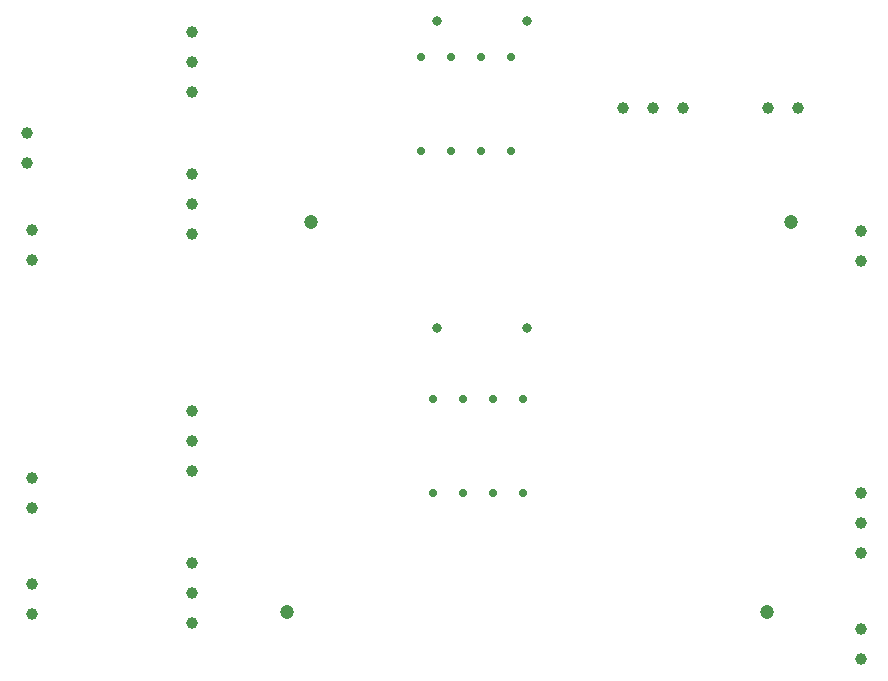
<source format=gbr>
%TF.GenerationSoftware,KiCad,Pcbnew,8.0.6*%
%TF.CreationDate,2025-01-20T16:15:30+00:00*%
%TF.ProjectId,custom_driver,63757374-6f6d-45f6-9472-697665722e6b,rev?*%
%TF.SameCoordinates,Original*%
%TF.FileFunction,Plated,1,2,PTH,Drill*%
%TF.FilePolarity,Positive*%
%FSLAX46Y46*%
G04 Gerber Fmt 4.6, Leading zero omitted, Abs format (unit mm)*
G04 Created by KiCad (PCBNEW 8.0.6) date 2025-01-20 16:15:30*
%MOMM*%
%LPD*%
G01*
G04 APERTURE LIST*
%TA.AperFunction,ComponentDrill*%
%ADD10C,0.740000*%
%TD*%
%TA.AperFunction,ComponentDrill*%
%ADD11C,0.800000*%
%TD*%
%TA.AperFunction,ComponentDrill*%
%ADD12C,1.000000*%
%TD*%
%TA.AperFunction,ComponentDrill*%
%ADD13C,1.200000*%
%TD*%
G04 APERTURE END LIST*
D10*
%TO.C,U2*%
X138380000Y-68060000D03*
X138380000Y-76000000D03*
%TO.C,U1*%
X139380000Y-97000000D03*
X139380000Y-104940000D03*
%TO.C,U2*%
X140920000Y-68060000D03*
X140920000Y-76000000D03*
%TO.C,U1*%
X141920000Y-97000000D03*
X141920000Y-104940000D03*
%TO.C,U2*%
X143460000Y-68060000D03*
X143460000Y-76000000D03*
%TO.C,U1*%
X144460000Y-97000000D03*
X144460000Y-104940000D03*
%TO.C,U2*%
X146000000Y-68060000D03*
X146000000Y-76000000D03*
%TO.C,U1*%
X147000000Y-97000000D03*
X147000000Y-104940000D03*
D11*
%TO.C,R4*%
X139685000Y-65000000D03*
%TO.C,R3*%
X139685000Y-91000000D03*
%TO.C,R4*%
X147305000Y-65000000D03*
%TO.C,R3*%
X147305000Y-91000000D03*
D12*
%TO.C,J9*%
X105000000Y-74460000D03*
X105000000Y-77000000D03*
%TO.C,J8*%
X105400000Y-82700000D03*
X105400000Y-85240000D03*
%TO.C,J2*%
X105400000Y-103700000D03*
X105400000Y-106240000D03*
%TO.C,J1*%
X105400000Y-112700000D03*
X105400000Y-115240000D03*
%TO.C,Q4*%
X119000000Y-65920000D03*
X119000000Y-68460000D03*
X119000000Y-71000000D03*
%TO.C,Q2*%
X119000000Y-77920000D03*
X119000000Y-80460000D03*
X119000000Y-83000000D03*
%TO.C,Q3*%
X119000000Y-98000000D03*
X119000000Y-100540000D03*
X119000000Y-103080000D03*
%TO.C,Q1*%
X119000000Y-110920000D03*
X119000000Y-113460000D03*
X119000000Y-116000000D03*
%TO.C,J5*%
X155445000Y-72400000D03*
X157985000Y-72400000D03*
X160525000Y-72400000D03*
%TO.C,J4*%
X167760000Y-72400000D03*
X170300000Y-72400000D03*
%TO.C,J3*%
X175600000Y-82760000D03*
X175600000Y-85300000D03*
%TO.C,J7*%
X175600000Y-104945000D03*
X175600000Y-107485000D03*
X175600000Y-110025000D03*
%TO.C,J6*%
X175600000Y-116460000D03*
X175600000Y-119000000D03*
D13*
%TO.C,R1*%
X127000000Y-115000000D03*
%TO.C,R2*%
X129000000Y-82000000D03*
%TO.C,R1*%
X167640000Y-115000000D03*
%TO.C,R2*%
X169640000Y-82000000D03*
M02*

</source>
